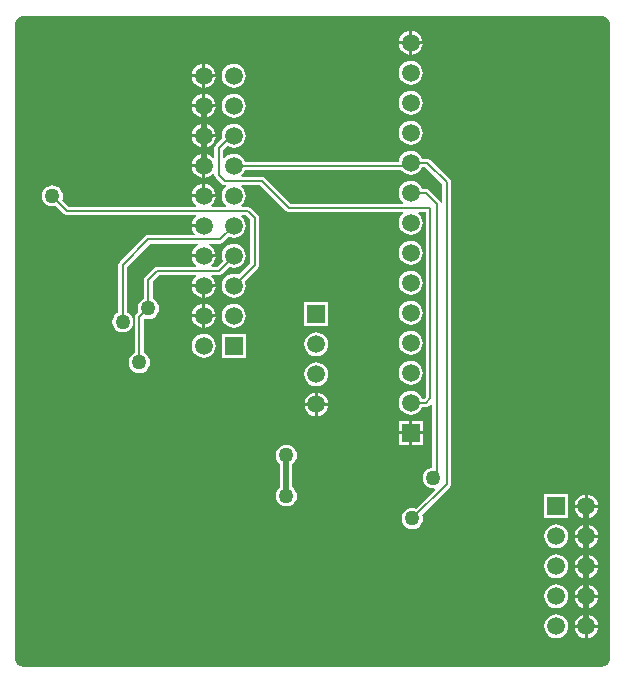
<source format=gbl>
G04*
G04 #@! TF.GenerationSoftware,Altium Limited,Altium Designer,19.0.10 (269)*
G04*
G04 Layer_Physical_Order=2*
G04 Layer_Color=16711680*
%FSLAX25Y25*%
%MOIN*%
G70*
G01*
G75*
%ADD14C,0.00800*%
%ADD26C,0.02000*%
%ADD27C,0.05906*%
%ADD28R,0.05906X0.05906*%
%ADD29C,0.05000*%
G36*
X693364Y495347D02*
X693902Y495124D01*
X694387Y494800D01*
X694800Y494387D01*
X695124Y493902D01*
X695347Y493364D01*
X695461Y492792D01*
Y492500D01*
Y281500D01*
Y281208D01*
X695347Y280636D01*
X695124Y280098D01*
X694800Y279613D01*
X694387Y279200D01*
X693902Y278876D01*
X693364Y278653D01*
X692792Y278539D01*
X499708D01*
X499136Y278653D01*
X498597Y278876D01*
X498113Y279200D01*
X497700Y279613D01*
X497376Y280098D01*
X497153Y280636D01*
X497039Y281208D01*
Y281500D01*
Y492500D01*
Y492792D01*
X497153Y493364D01*
X497376Y493902D01*
X497700Y494387D01*
X498113Y494800D01*
X498597Y495124D01*
X499136Y495347D01*
X499708Y495461D01*
X692792D01*
X693364Y495347D01*
D02*
G37*
%LPC*%
G36*
X629500Y490421D02*
Y487000D01*
X632921D01*
X632851Y487532D01*
X632453Y488493D01*
X631819Y489319D01*
X630993Y489953D01*
X630032Y490351D01*
X629500Y490421D01*
D02*
G37*
G36*
X628500D02*
X627968Y490351D01*
X627007Y489953D01*
X626181Y489319D01*
X625547Y488493D01*
X625149Y487532D01*
X625079Y487000D01*
X628500D01*
Y490421D01*
D02*
G37*
G36*
X632921Y486000D02*
X629500D01*
Y482579D01*
X630032Y482649D01*
X630993Y483047D01*
X631819Y483681D01*
X632453Y484507D01*
X632851Y485468D01*
X632921Y486000D01*
D02*
G37*
G36*
X628500D02*
X625079D01*
X625149Y485468D01*
X625547Y484507D01*
X626181Y483681D01*
X627007Y483047D01*
X627968Y482649D01*
X628500Y482579D01*
Y486000D01*
D02*
G37*
G36*
X560500Y479421D02*
Y476000D01*
X563921D01*
X563851Y476532D01*
X563453Y477493D01*
X562819Y478319D01*
X561993Y478953D01*
X561032Y479351D01*
X560500Y479421D01*
D02*
G37*
G36*
X559500D02*
X558968Y479351D01*
X558007Y478953D01*
X557181Y478319D01*
X556547Y477493D01*
X556149Y476532D01*
X556079Y476000D01*
X559500D01*
Y479421D01*
D02*
G37*
G36*
X629000Y480487D02*
X627968Y480351D01*
X627007Y479953D01*
X626181Y479319D01*
X625547Y478493D01*
X625149Y477532D01*
X625013Y476500D01*
X625149Y475468D01*
X625547Y474507D01*
X626181Y473681D01*
X627007Y473047D01*
X627968Y472649D01*
X629000Y472513D01*
X630032Y472649D01*
X630993Y473047D01*
X631819Y473681D01*
X632453Y474507D01*
X632851Y475468D01*
X632987Y476500D01*
X632851Y477532D01*
X632453Y478493D01*
X631819Y479319D01*
X630993Y479953D01*
X630032Y480351D01*
X629000Y480487D01*
D02*
G37*
G36*
X563921Y475000D02*
X560500D01*
Y471579D01*
X561032Y471649D01*
X561993Y472047D01*
X562819Y472681D01*
X563453Y473507D01*
X563851Y474468D01*
X563921Y475000D01*
D02*
G37*
G36*
X559500D02*
X556079D01*
X556149Y474468D01*
X556547Y473507D01*
X557181Y472681D01*
X558007Y472047D01*
X558968Y471649D01*
X559500Y471579D01*
Y475000D01*
D02*
G37*
G36*
X570000Y479487D02*
X568968Y479351D01*
X568007Y478953D01*
X567181Y478319D01*
X566547Y477493D01*
X566149Y476532D01*
X566013Y475500D01*
X566149Y474468D01*
X566547Y473507D01*
X567181Y472681D01*
X568007Y472047D01*
X568968Y471649D01*
X570000Y471513D01*
X571032Y471649D01*
X571993Y472047D01*
X572819Y472681D01*
X573453Y473507D01*
X573851Y474468D01*
X573987Y475500D01*
X573851Y476532D01*
X573453Y477493D01*
X572819Y478319D01*
X571993Y478953D01*
X571032Y479351D01*
X570000Y479487D01*
D02*
G37*
G36*
X560500Y469421D02*
Y466000D01*
X563921D01*
X563851Y466532D01*
X563453Y467493D01*
X562819Y468319D01*
X561993Y468953D01*
X561032Y469351D01*
X560500Y469421D01*
D02*
G37*
G36*
X559500D02*
X558968Y469351D01*
X558007Y468953D01*
X557181Y468319D01*
X556547Y467493D01*
X556149Y466532D01*
X556079Y466000D01*
X559500D01*
Y469421D01*
D02*
G37*
G36*
X629000Y470487D02*
X627968Y470351D01*
X627007Y469953D01*
X626181Y469319D01*
X625547Y468493D01*
X625149Y467532D01*
X625013Y466500D01*
X625149Y465468D01*
X625547Y464507D01*
X626181Y463681D01*
X627007Y463047D01*
X627968Y462649D01*
X629000Y462513D01*
X630032Y462649D01*
X630993Y463047D01*
X631819Y463681D01*
X632453Y464507D01*
X632851Y465468D01*
X632987Y466500D01*
X632851Y467532D01*
X632453Y468493D01*
X631819Y469319D01*
X630993Y469953D01*
X630032Y470351D01*
X629000Y470487D01*
D02*
G37*
G36*
X563921Y465000D02*
X560500D01*
Y461579D01*
X561032Y461649D01*
X561993Y462047D01*
X562819Y462681D01*
X563453Y463507D01*
X563851Y464468D01*
X563921Y465000D01*
D02*
G37*
G36*
X559500D02*
X556079D01*
X556149Y464468D01*
X556547Y463507D01*
X557181Y462681D01*
X558007Y462047D01*
X558968Y461649D01*
X559500Y461579D01*
Y465000D01*
D02*
G37*
G36*
X570000Y469487D02*
X568968Y469351D01*
X568007Y468953D01*
X567181Y468319D01*
X566547Y467493D01*
X566149Y466532D01*
X566013Y465500D01*
X566149Y464468D01*
X566547Y463507D01*
X567181Y462681D01*
X568007Y462047D01*
X568968Y461649D01*
X570000Y461513D01*
X571032Y461649D01*
X571993Y462047D01*
X572819Y462681D01*
X573453Y463507D01*
X573851Y464468D01*
X573987Y465500D01*
X573851Y466532D01*
X573453Y467493D01*
X572819Y468319D01*
X571993Y468953D01*
X571032Y469351D01*
X570000Y469487D01*
D02*
G37*
G36*
X560500Y459421D02*
Y456000D01*
X563921D01*
X563851Y456532D01*
X563453Y457493D01*
X562819Y458319D01*
X561993Y458953D01*
X561032Y459351D01*
X560500Y459421D01*
D02*
G37*
G36*
X559500D02*
X558968Y459351D01*
X558007Y458953D01*
X557181Y458319D01*
X556547Y457493D01*
X556149Y456532D01*
X556079Y456000D01*
X559500D01*
Y459421D01*
D02*
G37*
G36*
X629000Y460487D02*
X627968Y460351D01*
X627007Y459953D01*
X626181Y459319D01*
X625547Y458493D01*
X625149Y457532D01*
X625013Y456500D01*
X625149Y455468D01*
X625547Y454507D01*
X626181Y453681D01*
X627007Y453047D01*
X627968Y452649D01*
X629000Y452513D01*
X630032Y452649D01*
X630993Y453047D01*
X631819Y453681D01*
X632453Y454507D01*
X632851Y455468D01*
X632987Y456500D01*
X632851Y457532D01*
X632453Y458493D01*
X631819Y459319D01*
X630993Y459953D01*
X630032Y460351D01*
X629000Y460487D01*
D02*
G37*
G36*
X563921Y455000D02*
X560500D01*
Y451579D01*
X561032Y451649D01*
X561993Y452047D01*
X562819Y452681D01*
X563453Y453507D01*
X563851Y454468D01*
X563921Y455000D01*
D02*
G37*
G36*
X559500D02*
X556079D01*
X556149Y454468D01*
X556547Y453507D01*
X557181Y452681D01*
X558007Y452047D01*
X558968Y451649D01*
X559500Y451579D01*
Y455000D01*
D02*
G37*
G36*
X570000Y459487D02*
X568968Y459351D01*
X568007Y458953D01*
X567181Y458319D01*
X566547Y457493D01*
X566149Y456532D01*
X566013Y455500D01*
X566126Y454644D01*
X563991Y452509D01*
X563681Y452046D01*
X563573Y451500D01*
X563573Y451500D01*
Y448159D01*
X563073Y447989D01*
X562819Y448319D01*
X561993Y448953D01*
X561032Y449351D01*
X560500Y449421D01*
Y445500D01*
Y441579D01*
X561032Y441649D01*
X561993Y442047D01*
X562819Y442681D01*
X563073Y443011D01*
X563573Y442841D01*
Y442500D01*
X563573Y442500D01*
X563681Y441954D01*
X563991Y441491D01*
X565991Y439491D01*
X565991Y439491D01*
X566454Y439181D01*
X567000Y439073D01*
X567000Y439073D01*
X567341D01*
X567511Y438573D01*
X567181Y438319D01*
X566547Y437493D01*
X566149Y436532D01*
X566013Y435500D01*
X566149Y434468D01*
X566547Y433507D01*
X567181Y432681D01*
X567511Y432427D01*
X567341Y431927D01*
X562659D01*
X562489Y432427D01*
X562819Y432681D01*
X563453Y433507D01*
X563851Y434468D01*
X563921Y435000D01*
X560000D01*
X556079D01*
X556149Y434468D01*
X556547Y433507D01*
X557181Y432681D01*
X557511Y432427D01*
X557341Y431927D01*
X515091D01*
X512770Y434249D01*
X512910Y434586D01*
X513030Y435500D01*
X512910Y436414D01*
X512557Y437265D01*
X511996Y437996D01*
X511265Y438557D01*
X510414Y438910D01*
X509500Y439030D01*
X508586Y438910D01*
X507735Y438557D01*
X507004Y437996D01*
X506443Y437265D01*
X506090Y436414D01*
X505970Y435500D01*
X506090Y434586D01*
X506443Y433735D01*
X507004Y433004D01*
X507735Y432443D01*
X508586Y432090D01*
X509500Y431970D01*
X510414Y432090D01*
X510751Y432230D01*
X513491Y429491D01*
X513491Y429491D01*
X513954Y429181D01*
X514500Y429073D01*
X514500Y429073D01*
X557341D01*
X557511Y428573D01*
X557181Y428319D01*
X556547Y427493D01*
X556149Y426532D01*
X556079Y426000D01*
X560000D01*
Y425000D01*
X556079D01*
X556149Y424468D01*
X556547Y423507D01*
X556992Y422927D01*
X556745Y422427D01*
X541500D01*
X541500Y422427D01*
X540954Y422319D01*
X540491Y422009D01*
X540491Y422009D01*
X531991Y413509D01*
X531681Y413046D01*
X531573Y412500D01*
X531573Y412500D01*
Y396697D01*
X531235Y396557D01*
X530504Y395996D01*
X529943Y395265D01*
X529590Y394414D01*
X529470Y393500D01*
X529590Y392586D01*
X529943Y391735D01*
X530504Y391004D01*
X531235Y390443D01*
X532086Y390090D01*
X533000Y389970D01*
X533914Y390090D01*
X534765Y390443D01*
X535496Y391004D01*
X536057Y391735D01*
X536410Y392586D01*
X536530Y393500D01*
X536410Y394414D01*
X536057Y395265D01*
X535496Y395996D01*
X534765Y396557D01*
X534427Y396697D01*
Y411909D01*
X542091Y419573D01*
X558196D01*
X558296Y419073D01*
X558007Y418953D01*
X557181Y418319D01*
X556547Y417493D01*
X556149Y416532D01*
X556079Y416000D01*
X560000D01*
X563921D01*
X563851Y416532D01*
X563453Y417493D01*
X562819Y418319D01*
X561993Y418953D01*
X561704Y419073D01*
X561803Y419573D01*
X565500D01*
X565500Y419573D01*
X566046Y419681D01*
X566509Y419991D01*
X568402Y421883D01*
X568968Y421649D01*
X570000Y421513D01*
X571032Y421649D01*
X571993Y422047D01*
X572819Y422681D01*
X573453Y423507D01*
X573851Y424468D01*
X573987Y425500D01*
X573851Y426532D01*
X573453Y427493D01*
X572819Y428319D01*
X572489Y428573D01*
X572659Y429073D01*
X573936D01*
X573991Y428991D01*
X575573Y427409D01*
Y413091D01*
X571598Y409117D01*
X571032Y409351D01*
X570000Y409487D01*
X568968Y409351D01*
X568007Y408953D01*
X567181Y408319D01*
X566547Y407493D01*
X566149Y406532D01*
X566013Y405500D01*
X566149Y404468D01*
X566547Y403507D01*
X567181Y402681D01*
X568007Y402047D01*
X568968Y401649D01*
X570000Y401513D01*
X571032Y401649D01*
X571993Y402047D01*
X572819Y402681D01*
X573453Y403507D01*
X573851Y404468D01*
X573987Y405500D01*
X573851Y406532D01*
X573617Y407098D01*
X578009Y411491D01*
X578009Y411491D01*
X578319Y411954D01*
X578427Y412500D01*
Y428000D01*
X578427Y428000D01*
X578319Y428546D01*
X578009Y429009D01*
X578009Y429009D01*
X576073Y430946D01*
X576009Y431041D01*
X576009Y431041D01*
X575541Y431509D01*
X575078Y431819D01*
X574531Y431927D01*
X574531Y431927D01*
X572659D01*
X572489Y432427D01*
X572819Y432681D01*
X573453Y433507D01*
X573851Y434468D01*
X573987Y435500D01*
X573851Y436532D01*
X573453Y437493D01*
X572819Y438319D01*
X572489Y438573D01*
X572659Y439073D01*
X578909D01*
X587491Y430491D01*
X587491Y430491D01*
X587954Y430181D01*
X588500Y430073D01*
X588500Y430073D01*
X626341D01*
X626511Y429573D01*
X626181Y429319D01*
X625547Y428493D01*
X625149Y427532D01*
X625013Y426500D01*
X625149Y425468D01*
X625547Y424507D01*
X626181Y423681D01*
X627007Y423047D01*
X627968Y422649D01*
X629000Y422513D01*
X630032Y422649D01*
X630993Y423047D01*
X631819Y423681D01*
X632453Y424507D01*
X632851Y425468D01*
X632987Y426500D01*
X632851Y427532D01*
X632453Y428493D01*
X631819Y429319D01*
X631489Y429573D01*
X631659Y430073D01*
X634073D01*
Y368591D01*
X633409Y367927D01*
X632687D01*
X632453Y368493D01*
X631819Y369319D01*
X630993Y369953D01*
X630032Y370351D01*
X629000Y370487D01*
X627968Y370351D01*
X627007Y369953D01*
X626181Y369319D01*
X625547Y368493D01*
X625149Y367532D01*
X625013Y366500D01*
X625149Y365468D01*
X625547Y364507D01*
X626181Y363681D01*
X627007Y363047D01*
X627968Y362649D01*
X629000Y362513D01*
X630032Y362649D01*
X630993Y363047D01*
X631819Y363681D01*
X632453Y364507D01*
X632687Y365073D01*
X634000D01*
X634000Y365073D01*
X634546Y365181D01*
X635009Y365491D01*
X635779Y366261D01*
X636241Y366069D01*
Y344996D01*
X635586Y344910D01*
X634735Y344557D01*
X634004Y343996D01*
X633443Y343265D01*
X633090Y342414D01*
X632970Y341500D01*
X633090Y340586D01*
X633443Y339735D01*
X634004Y339004D01*
X634735Y338443D01*
X635586Y338090D01*
X636500Y337970D01*
X636781Y338007D01*
X637014Y337533D01*
X630751Y331270D01*
X630414Y331410D01*
X629500Y331530D01*
X628586Y331410D01*
X627735Y331057D01*
X627004Y330496D01*
X626443Y329765D01*
X626090Y328914D01*
X625970Y328000D01*
X626090Y327086D01*
X626443Y326235D01*
X627004Y325504D01*
X627735Y324943D01*
X628586Y324590D01*
X629500Y324470D01*
X630414Y324590D01*
X631265Y324943D01*
X631996Y325504D01*
X632557Y326235D01*
X632910Y327086D01*
X633030Y328000D01*
X632910Y328914D01*
X632770Y329251D01*
X642009Y338491D01*
X642009Y338491D01*
X642319Y338954D01*
X642427Y339500D01*
X642427Y339500D01*
Y440000D01*
X642427Y440000D01*
X642319Y440546D01*
X642009Y441009D01*
X642009Y441009D01*
X635509Y447509D01*
X635046Y447819D01*
X634500Y447927D01*
X634500Y447927D01*
X632687D01*
X632453Y448493D01*
X631819Y449319D01*
X630993Y449953D01*
X630032Y450351D01*
X629000Y450487D01*
X627968Y450351D01*
X627007Y449953D01*
X626181Y449319D01*
X625547Y448493D01*
X625149Y447532D01*
X625069Y446927D01*
X573687D01*
X573453Y447493D01*
X572819Y448319D01*
X571993Y448953D01*
X571032Y449351D01*
X570000Y449487D01*
X568968Y449351D01*
X568007Y448953D01*
X567181Y448319D01*
X566927Y447989D01*
X566427Y448159D01*
Y450909D01*
X567757Y452239D01*
X568007Y452047D01*
X568968Y451649D01*
X570000Y451513D01*
X571032Y451649D01*
X571993Y452047D01*
X572819Y452681D01*
X573453Y453507D01*
X573851Y454468D01*
X573987Y455500D01*
X573851Y456532D01*
X573453Y457493D01*
X572819Y458319D01*
X571993Y458953D01*
X571032Y459351D01*
X570000Y459487D01*
D02*
G37*
G36*
X559500Y449421D02*
X558968Y449351D01*
X558007Y448953D01*
X557181Y448319D01*
X556547Y447493D01*
X556149Y446532D01*
X556079Y446000D01*
X559500D01*
Y449421D01*
D02*
G37*
G36*
Y445000D02*
X556079D01*
X556149Y444468D01*
X556547Y443507D01*
X557181Y442681D01*
X558007Y442047D01*
X558968Y441649D01*
X559500Y441579D01*
Y445000D01*
D02*
G37*
G36*
X560500Y439421D02*
Y436000D01*
X563921D01*
X563851Y436532D01*
X563453Y437493D01*
X562819Y438319D01*
X561993Y438953D01*
X561032Y439351D01*
X560500Y439421D01*
D02*
G37*
G36*
X559500D02*
X558968Y439351D01*
X558007Y438953D01*
X557181Y438319D01*
X556547Y437493D01*
X556149Y436532D01*
X556079Y436000D01*
X559500D01*
Y439421D01*
D02*
G37*
G36*
X629000Y420487D02*
X627968Y420351D01*
X627007Y419953D01*
X626181Y419319D01*
X625547Y418493D01*
X625149Y417532D01*
X625013Y416500D01*
X625149Y415468D01*
X625547Y414507D01*
X626181Y413681D01*
X627007Y413047D01*
X627968Y412649D01*
X629000Y412513D01*
X630032Y412649D01*
X630993Y413047D01*
X631819Y413681D01*
X632453Y414507D01*
X632851Y415468D01*
X632987Y416500D01*
X632851Y417532D01*
X632453Y418493D01*
X631819Y419319D01*
X630993Y419953D01*
X630032Y420351D01*
X629000Y420487D01*
D02*
G37*
G36*
X570000Y419487D02*
X568968Y419351D01*
X568007Y418953D01*
X567181Y418319D01*
X566547Y417493D01*
X566149Y416532D01*
X566013Y415500D01*
X566149Y414468D01*
X566383Y413902D01*
X564409Y411927D01*
X562659D01*
X562489Y412427D01*
X562819Y412681D01*
X563453Y413507D01*
X563851Y414468D01*
X563921Y415000D01*
X560000D01*
X556079D01*
X556149Y414468D01*
X556547Y413507D01*
X557181Y412681D01*
X557511Y412427D01*
X557341Y411927D01*
X544500D01*
X544500Y411927D01*
X543954Y411819D01*
X543491Y411509D01*
X543491Y411509D01*
X540491Y408509D01*
X540181Y408046D01*
X540073Y407500D01*
X540073Y407500D01*
Y401197D01*
X539735Y401057D01*
X539004Y400496D01*
X538443Y399765D01*
X538090Y398914D01*
X537970Y398000D01*
X538090Y397086D01*
X538230Y396749D01*
X537491Y396009D01*
X537181Y395546D01*
X537073Y395000D01*
X537073Y395000D01*
Y383197D01*
X536735Y383057D01*
X536004Y382496D01*
X535443Y381765D01*
X535090Y380914D01*
X534970Y380000D01*
X535090Y379086D01*
X535443Y378235D01*
X536004Y377504D01*
X536735Y376943D01*
X537586Y376590D01*
X538500Y376470D01*
X539414Y376590D01*
X540265Y376943D01*
X540996Y377504D01*
X541557Y378235D01*
X541910Y379086D01*
X542030Y380000D01*
X541910Y380914D01*
X541557Y381765D01*
X540996Y382496D01*
X540265Y383057D01*
X539927Y383197D01*
Y394398D01*
X540304Y394707D01*
X540586Y394590D01*
X541500Y394470D01*
X542414Y394590D01*
X543265Y394943D01*
X543996Y395504D01*
X544557Y396235D01*
X544910Y397086D01*
X545030Y398000D01*
X544910Y398914D01*
X544557Y399765D01*
X543996Y400496D01*
X543265Y401057D01*
X542927Y401197D01*
Y406909D01*
X545091Y409073D01*
X557341D01*
X557511Y408573D01*
X557181Y408319D01*
X556547Y407493D01*
X556149Y406532D01*
X556079Y406000D01*
X560000D01*
X563921D01*
X563851Y406532D01*
X563453Y407493D01*
X562819Y408319D01*
X562489Y408573D01*
X562659Y409073D01*
X565000D01*
X565000Y409073D01*
X565546Y409181D01*
X566009Y409491D01*
X568402Y411883D01*
X568968Y411649D01*
X570000Y411513D01*
X571032Y411649D01*
X571993Y412047D01*
X572819Y412681D01*
X573453Y413507D01*
X573851Y414468D01*
X573987Y415500D01*
X573851Y416532D01*
X573453Y417493D01*
X572819Y418319D01*
X571993Y418953D01*
X571032Y419351D01*
X570000Y419487D01*
D02*
G37*
G36*
X629000Y410487D02*
X627968Y410351D01*
X627007Y409953D01*
X626181Y409319D01*
X625547Y408493D01*
X625149Y407532D01*
X625013Y406500D01*
X625149Y405468D01*
X625547Y404507D01*
X626181Y403681D01*
X627007Y403047D01*
X627968Y402649D01*
X629000Y402513D01*
X630032Y402649D01*
X630993Y403047D01*
X631819Y403681D01*
X632453Y404507D01*
X632851Y405468D01*
X632987Y406500D01*
X632851Y407532D01*
X632453Y408493D01*
X631819Y409319D01*
X630993Y409953D01*
X630032Y410351D01*
X629000Y410487D01*
D02*
G37*
G36*
X563921Y405000D02*
X560500D01*
Y401579D01*
X561032Y401649D01*
X561993Y402047D01*
X562819Y402681D01*
X563453Y403507D01*
X563851Y404468D01*
X563921Y405000D01*
D02*
G37*
G36*
X559500D02*
X556079D01*
X556149Y404468D01*
X556547Y403507D01*
X557181Y402681D01*
X558007Y402047D01*
X558968Y401649D01*
X559500Y401579D01*
Y405000D01*
D02*
G37*
G36*
X560500Y399421D02*
Y396000D01*
X563921D01*
X563851Y396532D01*
X563453Y397493D01*
X562819Y398319D01*
X561993Y398953D01*
X561032Y399351D01*
X560500Y399421D01*
D02*
G37*
G36*
X559500D02*
X558968Y399351D01*
X558007Y398953D01*
X557181Y398319D01*
X556547Y397493D01*
X556149Y396532D01*
X556079Y396000D01*
X559500D01*
Y399421D01*
D02*
G37*
G36*
X629000Y400487D02*
X627968Y400351D01*
X627007Y399953D01*
X626181Y399319D01*
X625547Y398493D01*
X625149Y397532D01*
X625013Y396500D01*
X625149Y395468D01*
X625547Y394507D01*
X626181Y393681D01*
X627007Y393047D01*
X627968Y392649D01*
X629000Y392513D01*
X630032Y392649D01*
X630993Y393047D01*
X631819Y393681D01*
X632453Y394507D01*
X632851Y395468D01*
X632987Y396500D01*
X632851Y397532D01*
X632453Y398493D01*
X631819Y399319D01*
X630993Y399953D01*
X630032Y400351D01*
X629000Y400487D01*
D02*
G37*
G36*
X601453Y399953D02*
X593547D01*
Y392047D01*
X601453D01*
Y399953D01*
D02*
G37*
G36*
X563921Y395000D02*
X560500D01*
Y391579D01*
X561032Y391649D01*
X561993Y392047D01*
X562819Y392681D01*
X563453Y393507D01*
X563851Y394468D01*
X563921Y395000D01*
D02*
G37*
G36*
X559500D02*
X556079D01*
X556149Y394468D01*
X556547Y393507D01*
X557181Y392681D01*
X558007Y392047D01*
X558968Y391649D01*
X559500Y391579D01*
Y395000D01*
D02*
G37*
G36*
X570000Y399487D02*
X568968Y399351D01*
X568007Y398953D01*
X567181Y398319D01*
X566547Y397493D01*
X566149Y396532D01*
X566013Y395500D01*
X566149Y394468D01*
X566547Y393507D01*
X567181Y392681D01*
X568007Y392047D01*
X568968Y391649D01*
X570000Y391513D01*
X571032Y391649D01*
X571993Y392047D01*
X572819Y392681D01*
X573453Y393507D01*
X573851Y394468D01*
X573987Y395500D01*
X573851Y396532D01*
X573453Y397493D01*
X572819Y398319D01*
X571993Y398953D01*
X571032Y399351D01*
X570000Y399487D01*
D02*
G37*
G36*
X629000Y390487D02*
X627968Y390351D01*
X627007Y389953D01*
X626181Y389319D01*
X625547Y388493D01*
X625149Y387532D01*
X625013Y386500D01*
X625149Y385468D01*
X625547Y384507D01*
X626181Y383681D01*
X627007Y383047D01*
X627968Y382649D01*
X629000Y382513D01*
X630032Y382649D01*
X630993Y383047D01*
X631819Y383681D01*
X632453Y384507D01*
X632851Y385468D01*
X632987Y386500D01*
X632851Y387532D01*
X632453Y388493D01*
X631819Y389319D01*
X630993Y389953D01*
X630032Y390351D01*
X629000Y390487D01*
D02*
G37*
G36*
X597500Y389987D02*
X596468Y389851D01*
X595507Y389453D01*
X594681Y388819D01*
X594047Y387993D01*
X593649Y387032D01*
X593513Y386000D01*
X593649Y384968D01*
X594047Y384007D01*
X594681Y383181D01*
X595507Y382547D01*
X596468Y382149D01*
X597500Y382013D01*
X598532Y382149D01*
X599493Y382547D01*
X600319Y383181D01*
X600953Y384007D01*
X601351Y384968D01*
X601487Y386000D01*
X601351Y387032D01*
X600953Y387993D01*
X600319Y388819D01*
X599493Y389453D01*
X598532Y389851D01*
X597500Y389987D01*
D02*
G37*
G36*
X573953Y389453D02*
X566047D01*
Y381547D01*
X573953D01*
Y389453D01*
D02*
G37*
G36*
X560000Y389487D02*
X558968Y389351D01*
X558007Y388953D01*
X557181Y388319D01*
X556547Y387493D01*
X556149Y386532D01*
X556013Y385500D01*
X556149Y384468D01*
X556547Y383507D01*
X557181Y382681D01*
X558007Y382047D01*
X558968Y381649D01*
X560000Y381513D01*
X561032Y381649D01*
X561993Y382047D01*
X562819Y382681D01*
X563453Y383507D01*
X563851Y384468D01*
X563987Y385500D01*
X563851Y386532D01*
X563453Y387493D01*
X562819Y388319D01*
X561993Y388953D01*
X561032Y389351D01*
X560000Y389487D01*
D02*
G37*
G36*
X629000Y380487D02*
X627968Y380351D01*
X627007Y379953D01*
X626181Y379319D01*
X625547Y378493D01*
X625149Y377532D01*
X625013Y376500D01*
X625149Y375468D01*
X625547Y374507D01*
X626181Y373681D01*
X627007Y373047D01*
X627968Y372649D01*
X629000Y372513D01*
X630032Y372649D01*
X630993Y373047D01*
X631819Y373681D01*
X632453Y374507D01*
X632851Y375468D01*
X632987Y376500D01*
X632851Y377532D01*
X632453Y378493D01*
X631819Y379319D01*
X630993Y379953D01*
X630032Y380351D01*
X629000Y380487D01*
D02*
G37*
G36*
X597500Y379987D02*
X596468Y379851D01*
X595507Y379453D01*
X594681Y378819D01*
X594047Y377993D01*
X593649Y377032D01*
X593513Y376000D01*
X593649Y374968D01*
X594047Y374007D01*
X594681Y373181D01*
X595507Y372547D01*
X596468Y372149D01*
X597500Y372013D01*
X598532Y372149D01*
X599493Y372547D01*
X600319Y373181D01*
X600953Y374007D01*
X601351Y374968D01*
X601487Y376000D01*
X601351Y377032D01*
X600953Y377993D01*
X600319Y378819D01*
X599493Y379453D01*
X598532Y379851D01*
X597500Y379987D01*
D02*
G37*
G36*
X598000Y369921D02*
Y366500D01*
X601421D01*
X601351Y367032D01*
X600953Y367993D01*
X600319Y368819D01*
X599493Y369453D01*
X598532Y369851D01*
X598000Y369921D01*
D02*
G37*
G36*
X597000D02*
X596468Y369851D01*
X595507Y369453D01*
X594681Y368819D01*
X594047Y367993D01*
X593649Y367032D01*
X593579Y366500D01*
X597000D01*
Y369921D01*
D02*
G37*
G36*
X601421Y365500D02*
X598000D01*
Y362079D01*
X598532Y362149D01*
X599493Y362547D01*
X600319Y363181D01*
X600953Y364007D01*
X601351Y364968D01*
X601421Y365500D01*
D02*
G37*
G36*
X597000D02*
X593579D01*
X593649Y364968D01*
X594047Y364007D01*
X594681Y363181D01*
X595507Y362547D01*
X596468Y362149D01*
X597000Y362079D01*
Y365500D01*
D02*
G37*
G36*
X632953Y360453D02*
X629500D01*
Y357000D01*
X632953D01*
Y360453D01*
D02*
G37*
G36*
X628500D02*
X625047D01*
Y357000D01*
X628500D01*
Y360453D01*
D02*
G37*
G36*
X632953Y356000D02*
X629500D01*
Y352547D01*
X632953D01*
Y356000D01*
D02*
G37*
G36*
X628500D02*
X625047D01*
Y352547D01*
X628500D01*
Y356000D01*
D02*
G37*
G36*
X688000Y335921D02*
Y332500D01*
X691421D01*
X691351Y333032D01*
X690953Y333993D01*
X690319Y334819D01*
X689493Y335453D01*
X688532Y335851D01*
X688000Y335921D01*
D02*
G37*
G36*
X687000D02*
X686468Y335851D01*
X685507Y335453D01*
X684681Y334819D01*
X684047Y333993D01*
X683649Y333032D01*
X683579Y332500D01*
X687000D01*
Y335921D01*
D02*
G37*
G36*
X587500Y352530D02*
X586586Y352410D01*
X585735Y352057D01*
X585004Y351496D01*
X584443Y350765D01*
X584090Y349914D01*
X583970Y349000D01*
X584090Y348086D01*
X584443Y347235D01*
X585004Y346504D01*
X585461Y346153D01*
Y338347D01*
X585004Y337996D01*
X584443Y337265D01*
X584090Y336414D01*
X583970Y335500D01*
X584090Y334586D01*
X584443Y333735D01*
X585004Y333004D01*
X585735Y332443D01*
X586586Y332090D01*
X587500Y331970D01*
X588414Y332090D01*
X589265Y332443D01*
X589996Y333004D01*
X590557Y333735D01*
X590910Y334586D01*
X591030Y335500D01*
X590910Y336414D01*
X590557Y337265D01*
X589996Y337996D01*
X589539Y338347D01*
Y346153D01*
X589996Y346504D01*
X590557Y347235D01*
X590910Y348086D01*
X591030Y349000D01*
X590910Y349914D01*
X590557Y350765D01*
X589996Y351496D01*
X589265Y352057D01*
X588414Y352410D01*
X587500Y352530D01*
D02*
G37*
G36*
X691421Y331500D02*
X688000D01*
Y328079D01*
X688532Y328149D01*
X689493Y328547D01*
X690319Y329181D01*
X690953Y330007D01*
X691351Y330968D01*
X691421Y331500D01*
D02*
G37*
G36*
X687000D02*
X683579D01*
X683649Y330968D01*
X684047Y330007D01*
X684681Y329181D01*
X685507Y328547D01*
X686468Y328149D01*
X687000Y328079D01*
Y331500D01*
D02*
G37*
G36*
X681453Y335953D02*
X673547D01*
Y328047D01*
X681453D01*
Y335953D01*
D02*
G37*
G36*
X688000Y325921D02*
Y322500D01*
X691421D01*
X691351Y323032D01*
X690953Y323993D01*
X690319Y324819D01*
X689493Y325453D01*
X688532Y325851D01*
X688000Y325921D01*
D02*
G37*
G36*
X687000D02*
X686468Y325851D01*
X685507Y325453D01*
X684681Y324819D01*
X684047Y323993D01*
X683649Y323032D01*
X683579Y322500D01*
X687000D01*
Y325921D01*
D02*
G37*
G36*
X691421Y321500D02*
X688000D01*
Y318079D01*
X688532Y318149D01*
X689493Y318547D01*
X690319Y319181D01*
X690953Y320007D01*
X691351Y320968D01*
X691421Y321500D01*
D02*
G37*
G36*
X687000D02*
X683579D01*
X683649Y320968D01*
X684047Y320007D01*
X684681Y319181D01*
X685507Y318547D01*
X686468Y318149D01*
X687000Y318079D01*
Y321500D01*
D02*
G37*
G36*
X677500Y325987D02*
X676468Y325851D01*
X675507Y325453D01*
X674681Y324819D01*
X674047Y323993D01*
X673649Y323032D01*
X673513Y322000D01*
X673649Y320968D01*
X674047Y320007D01*
X674681Y319181D01*
X675507Y318547D01*
X676468Y318149D01*
X677500Y318013D01*
X678532Y318149D01*
X679493Y318547D01*
X680319Y319181D01*
X680953Y320007D01*
X681351Y320968D01*
X681487Y322000D01*
X681351Y323032D01*
X680953Y323993D01*
X680319Y324819D01*
X679493Y325453D01*
X678532Y325851D01*
X677500Y325987D01*
D02*
G37*
G36*
X688000Y315921D02*
Y312500D01*
X691421D01*
X691351Y313032D01*
X690953Y313993D01*
X690319Y314819D01*
X689493Y315453D01*
X688532Y315851D01*
X688000Y315921D01*
D02*
G37*
G36*
X687000D02*
X686468Y315851D01*
X685507Y315453D01*
X684681Y314819D01*
X684047Y313993D01*
X683649Y313032D01*
X683579Y312500D01*
X687000D01*
Y315921D01*
D02*
G37*
G36*
X691421Y311500D02*
X688000D01*
Y308079D01*
X688532Y308149D01*
X689493Y308547D01*
X690319Y309181D01*
X690953Y310007D01*
X691351Y310968D01*
X691421Y311500D01*
D02*
G37*
G36*
X687000D02*
X683579D01*
X683649Y310968D01*
X684047Y310007D01*
X684681Y309181D01*
X685507Y308547D01*
X686468Y308149D01*
X687000Y308079D01*
Y311500D01*
D02*
G37*
G36*
X677500Y315987D02*
X676468Y315851D01*
X675507Y315453D01*
X674681Y314819D01*
X674047Y313993D01*
X673649Y313032D01*
X673513Y312000D01*
X673649Y310968D01*
X674047Y310007D01*
X674681Y309181D01*
X675507Y308547D01*
X676468Y308149D01*
X677500Y308013D01*
X678532Y308149D01*
X679493Y308547D01*
X680319Y309181D01*
X680953Y310007D01*
X681351Y310968D01*
X681487Y312000D01*
X681351Y313032D01*
X680953Y313993D01*
X680319Y314819D01*
X679493Y315453D01*
X678532Y315851D01*
X677500Y315987D01*
D02*
G37*
G36*
X688000Y305921D02*
Y302500D01*
X691421D01*
X691351Y303032D01*
X690953Y303993D01*
X690319Y304819D01*
X689493Y305453D01*
X688532Y305851D01*
X688000Y305921D01*
D02*
G37*
G36*
X687000D02*
X686468Y305851D01*
X685507Y305453D01*
X684681Y304819D01*
X684047Y303993D01*
X683649Y303032D01*
X683579Y302500D01*
X687000D01*
Y305921D01*
D02*
G37*
G36*
X691421Y301500D02*
X688000D01*
Y298079D01*
X688532Y298149D01*
X689493Y298547D01*
X690319Y299181D01*
X690953Y300007D01*
X691351Y300968D01*
X691421Y301500D01*
D02*
G37*
G36*
X687000D02*
X683579D01*
X683649Y300968D01*
X684047Y300007D01*
X684681Y299181D01*
X685507Y298547D01*
X686468Y298149D01*
X687000Y298079D01*
Y301500D01*
D02*
G37*
G36*
X677500Y305987D02*
X676468Y305851D01*
X675507Y305453D01*
X674681Y304819D01*
X674047Y303993D01*
X673649Y303032D01*
X673513Y302000D01*
X673649Y300968D01*
X674047Y300007D01*
X674681Y299181D01*
X675507Y298547D01*
X676468Y298149D01*
X677500Y298013D01*
X678532Y298149D01*
X679493Y298547D01*
X680319Y299181D01*
X680953Y300007D01*
X681351Y300968D01*
X681487Y302000D01*
X681351Y303032D01*
X680953Y303993D01*
X680319Y304819D01*
X679493Y305453D01*
X678532Y305851D01*
X677500Y305987D01*
D02*
G37*
G36*
X688000Y295921D02*
Y292500D01*
X691421D01*
X691351Y293032D01*
X690953Y293993D01*
X690319Y294819D01*
X689493Y295453D01*
X688532Y295851D01*
X688000Y295921D01*
D02*
G37*
G36*
X687000D02*
X686468Y295851D01*
X685507Y295453D01*
X684681Y294819D01*
X684047Y293993D01*
X683649Y293032D01*
X683579Y292500D01*
X687000D01*
Y295921D01*
D02*
G37*
G36*
X691421Y291500D02*
X688000D01*
Y288079D01*
X688532Y288149D01*
X689493Y288547D01*
X690319Y289181D01*
X690953Y290007D01*
X691351Y290968D01*
X691421Y291500D01*
D02*
G37*
G36*
X687000D02*
X683579D01*
X683649Y290968D01*
X684047Y290007D01*
X684681Y289181D01*
X685507Y288547D01*
X686468Y288149D01*
X687000Y288079D01*
Y291500D01*
D02*
G37*
G36*
X677500Y295987D02*
X676468Y295851D01*
X675507Y295453D01*
X674681Y294819D01*
X674047Y293993D01*
X673649Y293032D01*
X673513Y292000D01*
X673649Y290968D01*
X674047Y290007D01*
X674681Y289181D01*
X675507Y288547D01*
X676468Y288149D01*
X677500Y288013D01*
X678532Y288149D01*
X679493Y288547D01*
X680319Y289181D01*
X680953Y290007D01*
X681351Y290968D01*
X681487Y292000D01*
X681351Y293032D01*
X680953Y293993D01*
X680319Y294819D01*
X679493Y295453D01*
X678532Y295851D01*
X677500Y295987D01*
D02*
G37*
%LPD*%
G36*
X639573Y439409D02*
Y432999D01*
X639073Y432949D01*
X638987Y433378D01*
X638678Y433841D01*
X638678Y433841D01*
X635009Y437509D01*
X634546Y437819D01*
X634000Y437927D01*
X634000Y437927D01*
X632687D01*
X632453Y438493D01*
X631819Y439319D01*
X630993Y439953D01*
X630032Y440351D01*
X629000Y440487D01*
X627968Y440351D01*
X627007Y439953D01*
X626181Y439319D01*
X625547Y438493D01*
X625149Y437532D01*
X625013Y436500D01*
X625149Y435468D01*
X625547Y434507D01*
X626181Y433681D01*
X626511Y433427D01*
X626341Y432927D01*
X589091D01*
X580509Y441509D01*
X580046Y441819D01*
X579500Y441927D01*
X579500Y441927D01*
X572659D01*
X572489Y442427D01*
X572819Y442681D01*
X573453Y443507D01*
X573687Y444073D01*
X625880D01*
X626181Y443681D01*
X627007Y443047D01*
X627968Y442649D01*
X629000Y442513D01*
X630032Y442649D01*
X630993Y443047D01*
X631819Y443681D01*
X632453Y444507D01*
X632687Y445073D01*
X633909D01*
X639573Y439409D01*
D02*
G37*
D14*
X565000Y451500D02*
X569000Y455500D01*
X570000D01*
X565000Y442500D02*
Y451500D01*
Y442500D02*
X567000Y440500D01*
X579500D01*
X588500Y431500D01*
X635000D01*
X635500Y431000D01*
Y368000D02*
Y431000D01*
X629000Y436500D02*
X634000D01*
X637669Y432831D01*
Y342669D02*
Y432831D01*
X634000Y366500D02*
X635500Y368000D01*
X629000Y366500D02*
X634000D01*
X538500Y395000D02*
X541500Y398000D01*
X538500Y380000D02*
Y395000D01*
X634500Y446500D02*
X641000Y440000D01*
Y339500D02*
Y440000D01*
X629500Y328000D02*
X641000Y339500D01*
X636500Y341500D02*
X637669Y342669D01*
X629000Y446500D02*
X634500D01*
X541500Y407500D02*
X544500Y410500D01*
X565000D01*
X541500Y398000D02*
Y407500D01*
X565000Y410500D02*
X570000Y415500D01*
X533000Y393500D02*
Y412500D01*
X541500Y421000D01*
X565500D01*
X570000Y425500D01*
X509500Y435500D02*
X514500Y430500D01*
X574531D01*
X575000Y430031D01*
Y430000D02*
Y430031D01*
Y430000D02*
X577000Y428000D01*
Y412500D02*
Y428000D01*
X570000Y405500D02*
X577000Y412500D01*
X627619Y446500D02*
X629000D01*
X626618Y445500D02*
X627619Y446500D01*
X570000Y445500D02*
X626618D01*
D26*
X587500Y335500D02*
Y349000D01*
X687500Y322000D02*
Y332000D01*
Y312000D02*
Y322000D01*
Y302000D02*
Y312000D01*
Y292000D02*
Y302000D01*
X560000Y455500D02*
Y465500D01*
Y445500D02*
Y455500D01*
D27*
X687500Y292000D02*
D03*
X677500D02*
D03*
X687500Y302000D02*
D03*
X677500D02*
D03*
X687500Y312000D02*
D03*
X677500D02*
D03*
X687500Y322000D02*
D03*
X677500D02*
D03*
X687500Y332000D02*
D03*
X629000Y486500D02*
D03*
Y476500D02*
D03*
Y466500D02*
D03*
Y456500D02*
D03*
Y446500D02*
D03*
Y436500D02*
D03*
Y426500D02*
D03*
Y416500D02*
D03*
Y406500D02*
D03*
Y396500D02*
D03*
Y386500D02*
D03*
Y376500D02*
D03*
Y366500D02*
D03*
X560000Y385500D02*
D03*
X570000Y395500D02*
D03*
X560000D02*
D03*
X570000Y405500D02*
D03*
X560000D02*
D03*
X570000Y415500D02*
D03*
X560000D02*
D03*
X570000Y425500D02*
D03*
X560000D02*
D03*
X570000Y435500D02*
D03*
X560000D02*
D03*
X570000Y445500D02*
D03*
X560000D02*
D03*
X570000Y455500D02*
D03*
X560000D02*
D03*
X570000Y465500D02*
D03*
X560000D02*
D03*
X570000Y475500D02*
D03*
X560000D02*
D03*
X597500Y366000D02*
D03*
Y376000D02*
D03*
Y386000D02*
D03*
D28*
X677500Y332000D02*
D03*
X629000Y356500D02*
D03*
X570000Y385500D02*
D03*
X597500Y396000D02*
D03*
D29*
X690000Y480000D02*
D03*
X680000Y460000D02*
D03*
X690000Y440000D02*
D03*
X680000Y420000D02*
D03*
X690000Y400000D02*
D03*
X680000Y380000D02*
D03*
X690000Y360000D02*
D03*
X680000Y340000D02*
D03*
X670000Y440000D02*
D03*
X660000Y420000D02*
D03*
X670000Y400000D02*
D03*
X660000Y380000D02*
D03*
X670000Y360000D02*
D03*
X660000Y340000D02*
D03*
X650000Y480000D02*
D03*
Y360000D02*
D03*
Y320000D02*
D03*
X610000Y480000D02*
D03*
X600000Y460000D02*
D03*
X610000Y440000D02*
D03*
X590000Y480000D02*
D03*
Y440000D02*
D03*
Y360000D02*
D03*
Y320000D02*
D03*
X580000Y300000D02*
D03*
X560000Y340000D02*
D03*
X570000Y320000D02*
D03*
X560000Y300000D02*
D03*
X550000Y480000D02*
D03*
Y440000D02*
D03*
Y360000D02*
D03*
X540000Y340000D02*
D03*
X550000Y320000D02*
D03*
X540000Y300000D02*
D03*
X530000Y480000D02*
D03*
Y440000D02*
D03*
X520000Y380000D02*
D03*
X530000Y360000D02*
D03*
X520000Y340000D02*
D03*
X530000Y320000D02*
D03*
X520000Y300000D02*
D03*
X510000Y480000D02*
D03*
X500000Y460000D02*
D03*
Y420000D02*
D03*
X510000Y400000D02*
D03*
X500000Y380000D02*
D03*
X510000Y360000D02*
D03*
X500000Y340000D02*
D03*
X510000Y320000D02*
D03*
X500000Y300000D02*
D03*
X587500Y349000D02*
D03*
Y335500D02*
D03*
X538500Y380000D02*
D03*
X636500Y341500D02*
D03*
X629500Y328000D02*
D03*
X509500Y435500D02*
D03*
X533000Y393500D02*
D03*
X541500Y398000D02*
D03*
M02*

</source>
